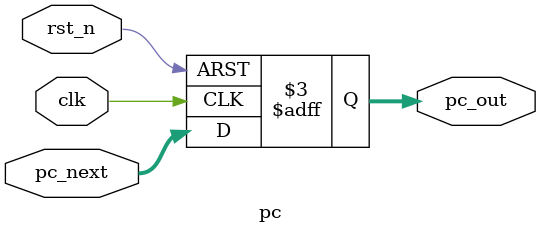
<source format=sv>
module pc (
    input logic clk,
    input logic rst_n,
    input logic [31:0] pc_next,
    output logic [31:0] pc_out
);

    always_ff @(posedge clk or negedge rst_n) begin
        if (!rst_n) begin
            pc_out <= 32'b0;
        end else begin
            pc_out <= pc_next;
        end
    end

endmodule

</source>
